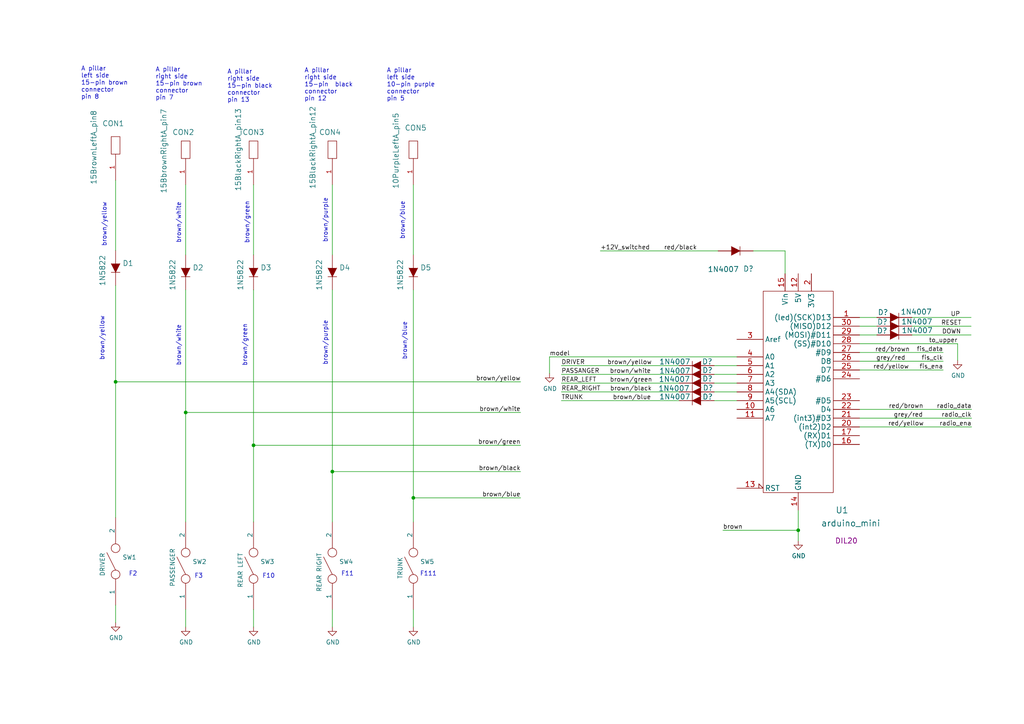
<source format=kicad_sch>
(kicad_sch (version 20211123) (generator eeschema)
  (paper "A4")
  (lib_symbols
    (symbol "arduino:arduino_mini"
      (property "Reference" "U" (at 12.7 -24.13 0))
      (property "Value" "arduino_mini" (at 19.05 -26.67 0))
      (property "Footprint" "DIL20" (at 0 -1.27 0))
      (symbol "arduino_mini_0_0"
        (pin power_in line (at 0 -39.37 90) (length 5.08) (name "GND") (number "14"))
        (pin power_in line (at -3.81 29.21 270) (length 5.08) (name "Vin") (number "15"))
      )
      (symbol "arduino_mini_0_1"
        (rectangle (start -10.16 24.13) (end 10.16 -34.29))
      )
      (symbol "arduino_mini_1_1"
        (pin input line (at 17.78 16.51 180) (length 7.62) (name "(led)(SCK)D13") (number "1"))
        (pin bidirectional line (at -17.78 -10.16 0) (length 7.62) (name "A6") (number "10"))
        (pin bidirectional line (at -17.78 -12.7 0) (length 7.62) (name "A7") (number "11"))
        (pin power_out line (at 0 29.21 270) (length 5.08) (name "5V") (number "12"))
        (pin input input_low (at -17.78 -33.02 0) (length 7.62) (name "RST") (number "13"))
        (pin bidirectional line (at 17.78 -20.32 180) (length 7.62) (name "(TX)D0") (number "16"))
        (pin bidirectional line (at 17.78 -17.78 180) (length 7.62) (name "(RX)D1") (number "17"))
        (pin input input_low (at -17.78 -30.48 0) (length 7.62) hide (name "RST") (number "18"))
        (pin power_in line (at 2.54 -39.37 90) (length 5.08) hide (name "GND") (number "19"))
        (pin power_out line (at 3.81 29.21 270) (length 5.08) (name "3V3") (number "2"))
        (pin bidirectional line (at 17.78 -15.24 180) (length 7.62) (name "(int2)D2") (number "20"))
        (pin bidirectional line (at 17.78 -12.7 180) (length 7.62) (name "(int3)#D3") (number "21"))
        (pin bidirectional line (at 17.78 -10.16 180) (length 7.62) (name "D4") (number "22"))
        (pin bidirectional line (at 17.78 -7.62 180) (length 7.62) (name "#D5") (number "23"))
        (pin bidirectional line (at 17.78 -1.27 180) (length 7.62) (name "#D6") (number "24"))
        (pin bidirectional line (at 17.78 1.27 180) (length 7.62) (name "D7") (number "25"))
        (pin bidirectional line (at 17.78 3.81 180) (length 7.62) (name "D8") (number "26"))
        (pin bidirectional line (at 17.78 6.35 180) (length 7.62) (name "#D9") (number "27"))
        (pin bidirectional line (at 17.78 8.89 180) (length 7.62) (name "(SS)#D10") (number "28"))
        (pin bidirectional line (at 17.78 11.43 180) (length 7.62) (name "(MOSI)#D11") (number "29"))
        (pin input line (at -17.78 10.16 0) (length 7.62) (name "Aref") (number "3"))
        (pin bidirectional line (at 17.78 13.97 180) (length 7.62) (name "(MISO)D12") (number "30"))
        (pin bidirectional line (at -17.78 5.08 0) (length 7.62) (name "A0") (number "4"))
        (pin bidirectional line (at -17.78 2.54 0) (length 7.62) (name "A1") (number "5"))
        (pin bidirectional line (at -17.78 0 0) (length 7.62) (name "A2") (number "6"))
        (pin bidirectional line (at -17.78 -2.54 0) (length 7.62) (name "A3") (number "7"))
        (pin bidirectional line (at -17.78 -5.08 0) (length 7.62) (name "A4(SDA)") (number "8"))
        (pin bidirectional line (at -17.78 -7.62 0) (length 7.62) (name "A5(SCL)") (number "9"))
      )
    )
    (symbol "diode:DIODE" (pin_numbers hide) (pin_names hide)
      (property "Reference" "D" (at 0 2.54 0))
      (property "Value" "DIODE" (at 0 -2.54 0))
      (symbol "DIODE_0_1"
        (polyline (pts (xy 1.27 1.27) (xy 1.27 -1.27)))
        (polyline (pts (xy -1.27 1.27) (xy 1.27 0) (xy -1.27 -1.27)) (fill (type outline)))
      )
      (symbol "DIODE_1_1"
        (pin passive line (at -5.08 0 0) (length 3.81) (name "A") (number "1"))
        (pin passive line (at 5.08 0 180) (length 3.81) (name "K") (number "2"))
      )
    )
    (symbol "gencon:CONN_1" (pin_names hide)
      (property "Reference" "CON" (at 0 2.54 0))
      (property "Value" "CONN_1" (at 0 -2.54 0))
      (symbol "CONN_1_0_1"
        (rectangle (start -2.54 -1.27) (end 2.54 1.27))
      )
      (symbol "CONN_1_1_1"
        (pin passive line (at -10.16 0 0) (length 7.62) (name "1") (number "1"))
      )
    )
    (symbol "power:GND" (power) (pin_names (offset 0))
      (property "Value" "GND" (at 0 -3.81 0))
      (symbol "GND_0_1"
        (polyline (pts (xy 0 0) (xy 0 -1.27) (xy 1.27 -1.27) (xy 0 -2.54) (xy -1.27 -1.27) (xy 0 -1.27)))
      )
      (symbol "GND_1_1"
        (pin power_in line (at 0 0 270) (length 0) hide (name "GND") (number "1"))
      )
    )
    (symbol "tinkerforge:SPST" (pin_numbers hide) (pin_names (offset 0))
      (property "Reference" "SW" (at 0 2.54 0))
      (property "Value" "SPST" (at 0 -2.54 0))
      (symbol "SPST_0_0"
        (circle (center -3.81 0) (radius 1.27))
        (polyline (pts (xy -2.54 0) (xy 2.54 2.54)))
        (circle (center 3.81 0) (radius 1.27))
      )
      (symbol "SPST_1_1"
        (pin input line (at -12.7 0 0) (length 7.62) (name "1") (number "1"))
        (pin input line (at 12.7 0 180) (length 7.62) (name "2") (number "2"))
      )
    )
  )
  (junction (at 33.528 110.744))
  (junction (at 53.848 119.634))
  (junction (at 73.533 129.159))
  (junction (at 231.521 153.797))
  (junction (at 96.393 136.779))
  (junction (at 119.888 144.399))
  (wire (pts (xy 33.528 110.744) (xy 151.003 110.744)))
  (wire (pts (xy 208.28 72.771) (xy 174.117 72.771)))
  (wire (pts (xy 73.533 181.864) (xy 73.533 176.784)))
  (wire (pts (xy 249.301 94.615) (xy 254.3302 94.615)))
  (wire (pts (xy 227.711 72.771) (xy 218.44 72.771)))
  (wire (pts (xy 96.393 136.779) (xy 96.393 84.074)))
  (wire (pts (xy 119.888 181.864) (xy 119.888 176.784)))
  (wire (pts (xy 53.848 119.634) (xy 53.848 84.074)))
  (wire (pts (xy 119.888 144.399) (xy 119.888 84.074)))
  (wire (pts (xy 264.4902 92.075) (xy 281.6606 92.075)))
  (wire (pts (xy 231.521 153.797) (xy 231.521 156.845)))
  (wire (pts (xy 249.301 104.775) (xy 273.558 104.775)))
  (wire (pts (xy 96.393 73.914) (xy 96.393 53.594)))
  (wire (pts (xy 119.888 144.399) (xy 151.003 144.399)))
  (wire (pts (xy 53.848 151.384) (xy 53.848 119.634)))
  (wire (pts (xy 249.301 121.285) (xy 281.813 121.285)))
  (wire (pts (xy 249.301 107.315) (xy 273.558 107.315)))
  (wire (pts (xy 33.528 72.644) (xy 33.528 52.324)))
  (wire (pts (xy 277.749 99.695) (xy 277.749 104.521)))
  (wire (pts (xy 159.385 103.505) (xy 213.741 103.505)))
  (wire (pts (xy 207.137 111.125) (xy 213.741 111.125)))
  (wire (pts (xy 73.533 151.384) (xy 73.533 129.159)))
  (wire (pts (xy 96.393 151.384) (xy 96.393 136.779)))
  (wire (pts (xy 162.814 116.205) (xy 196.977 116.205)))
  (wire (pts (xy 53.848 73.914) (xy 53.848 53.594)))
  (wire (pts (xy 249.301 118.745) (xy 281.813 118.745)))
  (wire (pts (xy 33.528 180.594) (xy 33.528 175.514)))
  (wire (pts (xy 207.137 116.205) (xy 213.741 116.205)))
  (wire (pts (xy 33.528 150.114) (xy 33.528 110.744)))
  (wire (pts (xy 53.848 181.864) (xy 53.848 176.784)))
  (wire (pts (xy 231.521 147.955) (xy 231.521 153.797)))
  (wire (pts (xy 249.301 97.155) (xy 254.3302 97.155)))
  (wire (pts (xy 73.533 129.159) (xy 151.003 129.159)))
  (wire (pts (xy 119.888 151.384) (xy 119.888 144.399)))
  (wire (pts (xy 159.385 103.505) (xy 159.385 108.331)))
  (wire (pts (xy 73.533 129.159) (xy 73.533 84.074)))
  (wire (pts (xy 162.814 111.125) (xy 196.977 111.125)))
  (wire (pts (xy 162.814 113.665) (xy 196.977 113.665)))
  (wire (pts (xy 249.301 123.825) (xy 281.813 123.825)))
  (wire (pts (xy 264.4902 94.615) (xy 281.6606 94.615)))
  (wire (pts (xy 264.4902 97.155) (xy 281.6606 97.155)))
  (wire (pts (xy 207.137 113.665) (xy 213.741 113.665)))
  (wire (pts (xy 227.711 79.375) (xy 227.711 72.771)))
  (wire (pts (xy 73.533 73.914) (xy 73.533 53.594)))
  (wire (pts (xy 249.301 99.695) (xy 277.749 99.695)))
  (wire (pts (xy 119.888 73.914) (xy 119.888 53.594)))
  (wire (pts (xy 33.528 110.744) (xy 33.528 82.804)))
  (wire (pts (xy 207.137 106.045) (xy 213.741 106.045)))
  (wire (pts (xy 53.848 119.634) (xy 151.003 119.634)))
  (wire (pts (xy 162.814 108.585) (xy 196.977 108.585)))
  (wire (pts (xy 209.677 153.797) (xy 231.521 153.797)))
  (wire (pts (xy 213.741 108.585) (xy 207.137 108.585)))
  (wire (pts (xy 249.301 92.075) (xy 254.3302 92.075)))
  (wire (pts (xy 96.393 136.779) (xy 151.003 136.779)))
  (wire (pts (xy 162.814 106.045) (xy 196.977 106.045)))
  (wire (pts (xy 249.301 102.235) (xy 273.558 102.235)))
  (wire (pts (xy 96.393 181.864) (xy 96.393 176.784)))
  (text "brown/yellow" (at 30.988 58.674 270) (effects (font (size 1.27 1.27)) (justify right bottom)))
  (text "A pillar\nright side\n15-pin  black\nconnector \npin 12" (at 88.265 29.464 0) (effects (font (size 1.27 1.27)) (justify left bottom)))
  (text "F10" (at 76.073 167.894 0) (effects (font (size 1.27 1.27)) (justify left bottom)))
  (text "A pillar\nright side\n15-pin black\nconnector \npin 13" (at 65.913 29.845 0) (effects (font (size 1.27 1.27)) (justify left bottom)))
  (text "F11" (at 98.933 167.259 0) (effects (font (size 1.27 1.27)) (justify left bottom)))
  (text "A pillar\nright side\n15-pin brown\nconnector \npin 7\n" (at 45.085 29.21 0) (effects (font (size 1.27 1.27)) (justify left bottom)))
  (text "F111" (at 121.793 167.259 0) (effects (font (size 1.27 1.27)) (justify left bottom)))
  (text "brown/blue" (at 118.11 93.345 270) (effects (font (size 1.27 1.27)) (justify right bottom)))
  (text "F2" (at 37.338 167.259 0) (effects (font (size 1.27 1.27)) (justify left bottom)))
  (text "brown/yellow" (at 30.353 91.694 270) (effects (font (size 1.27 1.27)) (justify right bottom)))
  (text "brown/white" (at 52.578 58.674 270) (effects (font (size 1.27 1.27)) (justify right bottom)))
  (text "A pillar\nleft side\n15-pin brown\nconnector \npin 8\n" (at 23.495 28.956 0) (effects (font (size 1.27 1.27)) (justify left bottom)))
  (text "brown/green" (at 72.39 58.42 270) (effects (font (size 1.27 1.27)) (justify right bottom)))
  (text "brown/purple" (at 95.123 57.404 270) (effects (font (size 1.27 1.27)) (justify right bottom)))
  (text "brown/white" (at 52.578 94.234 270) (effects (font (size 1.27 1.27)) (justify right bottom)))
  (text "brown/green" (at 71.755 93.98 270) (effects (font (size 1.27 1.27)) (justify right bottom)))
  (text "brown/blue" (at 117.475 58.42 270) (effects (font (size 1.27 1.27)) (justify right bottom)))
  (text "A pillar\nleft side\n10-pin purple\nconnector \npin 5" (at 112.141 29.464 0) (effects (font (size 1.27 1.27)) (justify left bottom)))
  (text "F3" (at 56.388 167.894 0) (effects (font (size 1.27 1.27)) (justify left bottom)))
  (text "brown/purple" (at 95.123 92.964 270) (effects (font (size 1.27 1.27)) (justify right bottom)))
  (label "brown{slash}yellow" (at 151.003 110.744 180))
  (label "radio_data" (at 281.813 118.745 180))
  (label "brown{slash}black" (at 189.0776 113.665 180))
  (label "grey{slash}red" (at 262.636 104.775 180))
  (label "red{slash}black" (at 192.532 72.771 0))
  (label "brown{slash}blue" (at 188.849 116.205 180))
  (label "REAR_RIGHT" (at 162.814 113.665 0))
  (label "brown{slash}blue" (at 151.003 144.399 180))
  (label "radio_clk" (at 281.813 121.285 180))
  (label "PASSANGER" (at 162.814 108.585 0))
  (label "red{slash}yellow" (at 263.652 107.315 180))
  (label "grey{slash}red" (at 267.716 121.285 180))
  (label "brown{slash}white" (at 151.003 119.634 180))
  (label "fis_ena" (at 273.558 107.315 180))
  (label "+12V_switched" (at 174.117 72.771 0))
  (label "UP" (at 278.511 92.075 180))
  (label "to_upper" (at 277.749 99.695 180))
  (label "RESET" (at 278.892 94.615 180))
  (label "brown{slash}white" (at 188.8236 108.585 180))
  (label "model" (at 159.385 103.505 0))
  (label "brown" (at 209.677 153.797 0))
  (label "red{slash}brown" (at 267.843 118.745 180))
  (label "red{slash}yellow" (at 267.97 123.825 180))
  (label "red{slash}brown" (at 263.9055 102.3114 180))
  (label "DOWN" (at 278.765 97.155 180))
  (label "brown{slash}black" (at 151.003 136.779 180))
  (label "fis_data" (at 273.558 102.235 180))
  (label "brown{slash}yellow" (at 189.0776 106.045 180))
  (label "brown{slash}green" (at 189.2046 111.125 180))
  (label "DRIVER" (at 162.814 106.045 0))
  (label "TRUNK" (at 162.814 116.205 0))
  (label "REAR_LEFT" (at 162.814 111.125 0))
  (label "fis_clk" (at 273.558 104.775 180))
  (label "brown{slash}green" (at 151.003 129.159 180))
  (label "radio_ena" (at 281.813 123.825 180))
  (symbol (lib_id "arduino:arduino_mini") (at 231.521 108.585 0) (unit 1)
    (property "Reference" "U1" (at 244.221 147.955 0) (effects (font (size 1.778 1.778))))
    (property "Value" "arduino_mini" (at 246.761 151.765 0) (effects (font (size 1.778 1.778))))
    (property "Footprint" "DIL20" (at 245.491 156.845 0) (effects (font (size 1.524 1.524))))
  )
  (symbol (lib_id "diode:DIODE") (at 33.528 77.724 270) (unit 1)
    (property "Reference" "D1" (at 35.5092 76.3524 90) (effects (font (size 1.524 1.524)) (justify left)))
    (property "Value" "1N5822" (at 29.718 73.914 0) (effects (font (size 1.524 1.524)) (justify left)))
  )
  (symbol (lib_id "diode:DIODE") (at 202.057 111.125 180) (unit 1)
    (property "Reference" "D?" (at 206.756 109.855 0) (effects (font (size 1.524 1.524)) (justify left)))
    (property "Value" "1N4007" (at 200.152 109.982 0) (effects (font (size 1.524 1.524)) (justify left)))
  )
  (symbol (lib_id "diode:DIODE") (at 202.057 113.665 180) (unit 1)
    (property "Reference" "D?" (at 206.883 112.4966 0) (effects (font (size 1.524 1.524)) (justify left)))
    (property "Value" "1N4007" (at 200.025 112.649 0) (effects (font (size 1.524 1.524)) (justify left)))
  )
  (symbol (lib_id "diode:DIODE") (at 202.057 116.205 180) (unit 1)
    (property "Reference" "D?" (at 206.8068 115.0874 0) (effects (font (size 1.524 1.524)) (justify left)))
    (property "Value" "1N4007" (at 200.279 115.062 0) (effects (font (size 1.524 1.524)) (justify left)))
  )
  (symbol (lib_id "gencon:CONN_1") (at 119.888 43.434 90) (unit 1)
    (property "Reference" "CON5" (at 117.348 37.084 90) (effects (font (size 1.524 1.524)) (justify right)))
    (property "Value" "10PurpleLeftA_pin5" (at 114.808 32.639 0) (effects (font (size 1.524 1.524)) (justify right)))
  )
  (symbol (lib_id "diode:DIODE") (at 202.057 106.045 180) (unit 1)
    (property "Reference" "D?" (at 206.7052 104.8766 0) (effects (font (size 1.524 1.524)) (justify left)))
    (property "Value" "1N4007" (at 200.279 104.902 0) (effects (font (size 1.524 1.524)) (justify left)))
  )
  (symbol (lib_id "power:GND") (at 231.521 156.845 0) (unit 1)
    (property "Reference" "#PWR07" (effects hide))
    (property "Value" "GND" (at 231.648 161.2392 0))
  )
  (symbol (lib_id "diode:DIODE") (at 53.848 78.994 270) (unit 1)
    (property "Reference" "D2" (at 55.8292 77.6224 90) (effects (font (size 1.524 1.524)) (justify left)))
    (property "Value" "1N5822" (at 50.038 75.184 0) (effects (font (size 1.524 1.524)) (justify left)))
  )
  (symbol (lib_id "diode:DIODE") (at 73.533 78.994 270) (unit 1)
    (property "Reference" "D3" (at 75.5142 77.6224 90) (effects (font (size 1.524 1.524)) (justify left)))
    (property "Value" "1N5822" (at 69.723 75.184 0) (effects (font (size 1.524 1.524)) (justify left)))
  )
  (symbol (lib_id "diode:DIODE") (at 96.393 78.994 270) (unit 1)
    (property "Reference" "D4" (at 98.3742 77.6224 90) (effects (font (size 1.524 1.524)) (justify left)))
    (property "Value" "1N5822" (at 92.583 75.184 0) (effects (font (size 1.524 1.524)) (justify left)))
  )
  (symbol (lib_id "diode:DIODE") (at 119.888 78.994 270) (unit 1)
    (property "Reference" "D5" (at 121.8692 77.6224 90) (effects (font (size 1.524 1.524)) (justify left)))
    (property "Value" "1N5822" (at 116.078 75.184 0) (effects (font (size 1.524 1.524)) (justify left)))
  )
  (symbol (lib_id "gencon:CONN_1") (at 53.848 43.434 90) (unit 1)
    (property "Reference" "CON2" (at 56.388 38.354 90) (effects (font (size 1.524 1.524)) (justify left)))
    (property "Value" "15BbrownRightA_pin7" (at 47.498 56.134 0) (effects (font (size 1.524 1.524)) (justify left)))
  )
  (symbol (lib_id "gencon:CONN_1") (at 73.533 43.434 90) (unit 1)
    (property "Reference" "CON3" (at 76.708 38.354 90) (effects (font (size 1.524 1.524)) (justify left)))
    (property "Value" "15BlackRightA_pin13" (at 69.088 55.499 0) (effects (font (size 1.524 1.524)) (justify left)))
  )
  (symbol (lib_id "gencon:CONN_1") (at 96.393 43.434 90) (unit 1)
    (property "Reference" "CON4" (at 98.933 38.354 90) (effects (font (size 1.524 1.524)) (justify left)))
    (property "Value" "15BlackRightA_pin12" (at 90.678 54.864 0) (effects (font (size 1.524 1.524)) (justify left)))
  )
  (symbol (lib_id "gencon:CONN_1") (at 33.528 42.164 90) (unit 1)
    (property "Reference" "CON1" (at 36.068 35.814 90) (effects (font (size 1.524 1.524)) (justify left)))
    (property "Value" "15BrownLeftA_pin8" (at 27.178 53.594 0) (effects (font (size 1.524 1.524)) (justify left)))
  )
  (symbol (lib_id "tinkerforge:SPST") (at 33.528 162.814 90) (unit 1)
    (property "Reference" "SW1" (at 35.5092 161.6456 90) (effects (justify right)))
    (property "Value" "DRIVER" (at 29.718 160.274 0) (effects (justify right)))
  )
  (symbol (lib_id "power:GND") (at 33.528 180.594 0) (unit 1)
    (property "Reference" "#PWR01" (effects hide))
    (property "Value" "GND" (at 33.655 184.9882 0))
  )
  (symbol (lib_id "tinkerforge:SPST") (at 53.848 164.084 90) (unit 1)
    (property "Reference" "SW2" (at 55.8292 162.9156 90) (effects (justify right)))
    (property "Value" "PASSENGER" (at 50.038 159.004 0) (effects (justify right)))
  )
  (symbol (lib_id "power:GND") (at 53.848 181.864 0) (unit 1)
    (property "Reference" "#PWR02" (effects hide))
    (property "Value" "GND" (at 53.975 186.2582 0))
  )
  (symbol (lib_id "tinkerforge:SPST") (at 73.533 164.084 90) (unit 1)
    (property "Reference" "SW3" (at 75.5142 162.9156 90) (effects (justify right)))
    (property "Value" "REAR LEFT" (at 69.723 160.274 0) (effects (justify right)))
  )
  (symbol (lib_id "power:GND") (at 73.533 181.864 0) (unit 1)
    (property "Reference" "#PWR03" (effects hide))
    (property "Value" "GND" (at 73.66 186.2582 0))
  )
  (symbol (lib_id "tinkerforge:SPST") (at 96.393 164.084 90) (unit 1)
    (property "Reference" "SW4" (at 98.3742 162.9156 90) (effects (justify right)))
    (property "Value" "REAR RIGHT" (at 92.583 160.274 0) (effects (justify right)))
  )
  (symbol (lib_id "power:GND") (at 96.393 181.864 0) (unit 1)
    (property "Reference" "#PWR04" (effects hide))
    (property "Value" "GND" (at 96.52 186.2582 0))
  )
  (symbol (lib_id "tinkerforge:SPST") (at 119.888 164.084 90) (unit 1)
    (property "Reference" "SW5" (at 121.8692 162.9156 90) (effects (justify right)))
    (property "Value" "TRUNK" (at 116.078 161.544 0) (effects (justify right)))
  )
  (symbol (lib_id "power:GND") (at 119.888 181.864 0) (unit 1)
    (property "Reference" "#PWR05" (effects hide))
    (property "Value" "GND" (at 120.015 186.2582 0))
  )
  (symbol (lib_id "diode:DIODE") (at 202.057 108.585 180) (unit 1)
    (property "Reference" "D?" (at 206.756 107.3912 0) (effects (font (size 1.524 1.524)) (justify left)))
    (property "Value" "1N4007" (at 200.279 107.569 0) (effects (font (size 1.524 1.524)) (justify left)))
  )
  (symbol (lib_id "diode:DIODE") (at 213.36 72.771 0) (unit 1)
    (property "Reference" "D?" (at 215.519 77.978 0) (effects (font (size 1.524 1.524)) (justify left)))
    (property "Value" "1N4007" (at 205.232 78.105 0) (effects (font (size 1.524 1.524)) (justify left)))
  )
  (symbol (lib_id "diode:DIODE") (at 259.4102 94.615 0) (unit 1)
    (property "Reference" "D?" (at 254.381 93.3704 0) (effects (font (size 1.524 1.524)) (justify left)))
    (property "Value" "1N4007" (at 261.366 93.2942 0) (effects (font (size 1.524 1.524)) (justify left)))
  )
  (symbol (lib_id "power:GND") (at 277.749 104.521 0) (unit 1)
    (property "Reference" "#PWR?" (effects hide))
    (property "Value" "GND" (at 277.876 108.9152 0))
  )
  (symbol (lib_id "diode:DIODE") (at 259.4102 92.075 0) (unit 1)
    (property "Reference" "D?" (at 254.5588 90.6018 0) (effects (font (size 1.524 1.524)) (justify left)))
    (property "Value" "1N4007" (at 261.1882 90.4494 0) (effects (font (size 1.524 1.524)) (justify left)))
  )
  (symbol (lib_id "diode:DIODE") (at 259.4102 97.155 0) (unit 1)
    (property "Reference" "D?" (at 254.3302 95.9358 0) (effects (font (size 1.524 1.524)) (justify left)))
    (property "Value" "1N4007" (at 261.4676 95.8342 0) (effects (font (size 1.524 1.524)) (justify left)))
  )
  (symbol (lib_id "power:GND") (at 159.385 108.331 0) (unit 1)
    (property "Reference" "#PWR?" (effects hide))
    (property "Value" "GND" (at 159.512 112.7252 0))
  )
)
</source>
